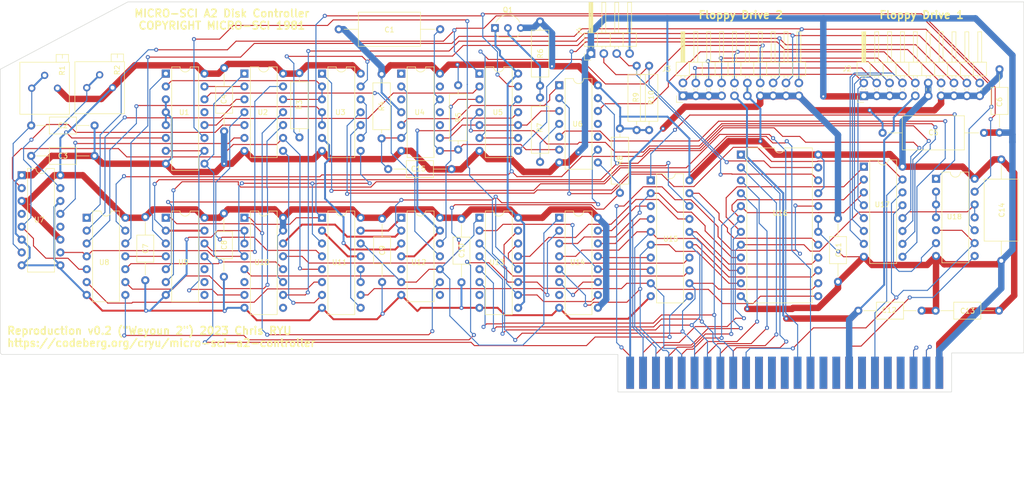
<source format=kicad_pcb>
(kicad_pcb (version 20221018) (generator pcbnew)

  (general
    (thickness 1.6)
  )

  (paper "A4")
  (layers
    (0 "F.Cu" signal)
    (31 "B.Cu" signal)
    (32 "B.Adhes" user "B.Adhesive")
    (33 "F.Adhes" user "F.Adhesive")
    (34 "B.Paste" user)
    (35 "F.Paste" user)
    (36 "B.SilkS" user "B.Silkscreen")
    (37 "F.SilkS" user "F.Silkscreen")
    (38 "B.Mask" user)
    (39 "F.Mask" user)
    (40 "Dwgs.User" user "User.Drawings")
    (41 "Cmts.User" user "User.Comments")
    (42 "Eco1.User" user "User.Eco1")
    (43 "Eco2.User" user "User.Eco2")
    (44 "Edge.Cuts" user)
    (45 "Margin" user)
    (46 "B.CrtYd" user "B.Courtyard")
    (47 "F.CrtYd" user "F.Courtyard")
    (48 "B.Fab" user)
    (49 "F.Fab" user)
    (50 "User.1" user)
    (51 "User.2" user)
    (52 "User.3" user)
    (53 "User.4" user)
    (54 "User.5" user)
    (55 "User.6" user)
    (56 "User.7" user)
    (57 "User.8" user)
    (58 "User.9" user)
  )

  (setup
    (stackup
      (layer "F.SilkS" (type "Top Silk Screen"))
      (layer "F.Paste" (type "Top Solder Paste"))
      (layer "F.Mask" (type "Top Solder Mask") (thickness 0.01))
      (layer "F.Cu" (type "copper") (thickness 0.035))
      (layer "dielectric 1" (type "core") (thickness 1.51) (material "FR4") (epsilon_r 4.5) (loss_tangent 0.02))
      (layer "B.Cu" (type "copper") (thickness 0.035))
      (layer "B.Mask" (type "Bottom Solder Mask") (thickness 0.01))
      (layer "B.Paste" (type "Bottom Solder Paste"))
      (layer "B.SilkS" (type "Bottom Silk Screen"))
      (copper_finish "None")
      (dielectric_constraints no)
    )
    (pad_to_mask_clearance 0)
    (pcbplotparams
      (layerselection 0x00010fc_ffffffff)
      (plot_on_all_layers_selection 0x0000000_00000000)
      (disableapertmacros false)
      (usegerberextensions false)
      (usegerberattributes true)
      (usegerberadvancedattributes true)
      (creategerberjobfile true)
      (dashed_line_dash_ratio 12.000000)
      (dashed_line_gap_ratio 3.000000)
      (svgprecision 4)
      (plotframeref false)
      (viasonmask false)
      (mode 1)
      (useauxorigin false)
      (hpglpennumber 1)
      (hpglpenspeed 20)
      (hpglpendiameter 15.000000)
      (dxfpolygonmode true)
      (dxfimperialunits true)
      (dxfusepcbnewfont true)
      (psnegative false)
      (psa4output false)
      (plotreference true)
      (plotvalue true)
      (plotinvisibletext false)
      (sketchpadsonfab false)
      (subtractmaskfromsilk false)
      (outputformat 1)
      (mirror false)
      (drillshape 1)
      (scaleselection 1)
      (outputdirectory "")
    )
  )

  (net 0 "")
  (net 1 "+5V")
  (net 2 "Net-(U4B-THR)")
  (net 3 "Net-(U7B-RCext)")
  (net 4 "GND")
  (net 5 "Net-(U7A-RCext)")
  (net 6 "Net-(J1-~{DMAIN})")
  (net 7 "Net-(J1-~{INTIN})")
  (net 8 "unconnected-(J1-~{DMA}-Pad22)")
  (net 9 "unconnected-(J1-~{RDY}-Pad21)")
  (net 10 "unconnected-(J1-~{IOSTRB}-Pad20)")
  (net 11 "unconnected-(J1-SYNC-Pad19)")
  (net 12 "R{slash}~{W}")
  (net 13 "unconnected-(J1-A15-Pad17)")
  (net 14 "unconnected-(J1-A14-Pad16)")
  (net 15 "unconnected-(J1-A13-Pad15)")
  (net 16 "unconnected-(J1-A12-Pad14)")
  (net 17 "unconnected-(J1-A11-Pad13)")
  (net 18 "unconnected-(J1-A10-Pad12)")
  (net 19 "unconnected-(J1-A9-Pad11)")
  (net 20 "unconnected-(J1-A8-Pad10)")
  (net 21 "A7")
  (net 22 "A6")
  (net 23 "A5")
  (net 24 "A4")
  (net 25 "A3")
  (net 26 "A2")
  (net 27 "A1")
  (net 28 "A0")
  (net 29 "~{IOSEL}")
  (net 30 "unconnected-(J1-~{NMI}-Pad29)")
  (net 31 "unconnected-(J1-~{IRQ}-Pad30)")
  (net 32 "~{RESET}")
  (net 33 "unconnected-(J1-~{INH}-Pad32)")
  (net 34 "-12V")
  (net 35 "-5V")
  (net 36 "unconnected-(J1-COLORREF{slash}M2B0-Pad35)")
  (net 37 "7M")
  (net 38 "Q3")
  (net 39 "unconnected-(J1-PHI1-Pad38)")
  (net 40 "unconnected-(J1-USER1{slash}SYNC{slash}M2SEL-Pad39)")
  (net 41 "unconnected-(J1-PHI0-Pad40)")
  (net 42 "~{DEVSEL}")
  (net 43 "D7")
  (net 44 "D6")
  (net 45 "D5")
  (net 46 "D4")
  (net 47 "D3")
  (net 48 "D2")
  (net 49 "D1")
  (net 50 "D0")
  (net 51 "+12V")
  (net 52 "PH0")
  (net 53 "PH1")
  (net 54 "PH2")
  (net 55 "PH3")
  (net 56 "~{WREQ}")
  (net 57 "~{EN.A}")
  (net 58 "RD")
  (net 59 "WR")
  (net 60 "PWM")
  (net 61 "~{EN.B}")
  (net 62 "Net-(J4-Pin_2)")
  (net 63 "Net-(J4-Pin_3)")
  (net 64 "Net-(U4A-THR)")
  (net 65 "Net-(R7-Pad1)")
  (net 66 "U10_13")
  (net 67 "Net-(U1-~{MR})")
  (net 68 "Net-(U1-CP)")
  (net 69 "Net-(U1-CEP)")
  (net 70 "Net-(U1-~{PE})")
  (net 71 "Net-(U1-Q3)")
  (net 72 "Net-(U1-Q2)")
  (net 73 "unconnected-(U1-Q1-Pad13)")
  (net 74 "U12_11")
  (net 75 "Net-(U1-TC)")
  (net 76 "Net-(U2-Pad3)")
  (net 77 "Net-(U11-D1)")
  (net 78 "U7_5")
  (net 79 "U7_13")
  (net 80 "U11_7")
  (net 81 "U7_2")
  (net 82 "Net-(U2-Pad10)")
  (net 83 "Net-(U12B-Q)")
  (net 84 "Net-(U2-Pad13)")
  (net 85 "Net-(U3-Pad4)")
  (net 86 "U12_3")
  (net 87 "Net-(U10A-C)")
  (net 88 "Net-(U3-Pad12)")
  (net 89 "Net-(U11-Cp)")
  (net 90 "unconnected-(U4A-DIS-Pad1)")
  (net 91 "unconnected-(U4A-CV-Pad3)")
  (net 92 "Net-(U4A-Q)")
  (net 93 "Net-(U4B-Q)")
  (net 94 "unconnected-(U4B-R-Pad10)")
  (net 95 "unconnected-(U4B-CV-Pad11)")
  (net 96 "unconnected-(U4B-DIS-Pad13)")
  (net 97 "U12_12")
  (net 98 "DRVSEL")
  (net 99 "U12_13")
  (net 100 "RW1")
  (net 101 "U11_1")
  (net 102 "ENABLE")
  (net 103 "U10_14")
  (net 104 "unconnected-(U6-Pad10)")
  (net 105 "unconnected-(U6-Pad11)")
  (net 106 "WRITE")
  (net 107 "unconnected-(U7A-~{Q}-Pad4)")
  (net 108 "unconnected-(U7B-~{Q}-Pad12)")
  (net 109 "Net-(U13-S1)")
  (net 110 "Net-(U11-D2)")
  (net 111 "U13_11")
  (net 112 "Net-(U8-Pad11)")
  (net 113 "LATCH_D7")
  (net 114 "unconnected-(U9-Pad8)")
  (net 115 "unconnected-(U9-Pad9)")
  (net 116 "unconnected-(U9-Pad10)")
  (net 117 "U15_11")
  (net 118 "U12_6")
  (net 119 "unconnected-(U10A-Q-Pad6)")
  (net 120 "unconnected-(U10B-~{Q}-Pad9)")
  (net 121 "Net-(U11-D4)")
  (net 122 "U11_10")
  (net 123 "Net-(U11-D3)")
  (net 124 "Net-(U11-Q5)")
  (net 125 "unconnected-(U12A-Q-Pad5)")
  (net 126 "unconnected-(U12B-~{Q}-Pad8)")
  (net 127 "LATCH_D3")
  (net 128 "unconnected-(U13-Dsl-Pad7)")
  (net 129 "LATCH_D6")
  (net 130 "LATCH_D5")
  (net 131 "LATCH_D4")
  (net 132 "unconnected-(U14-Dsl-Pad7)")
  (net 133 "LATCH_D2")
  (net 134 "LATCH_D1")
  (net 135 "LATCH_D0")
  (net 136 "Net-(U15-OE)")
  (net 137 "Net-(U18-Pad2)")
  (net 138 "+5C")
  (net 139 "Net-(Q1-B)")

  (footprint "Package_DIP:DIP-16_W7.62mm" (layer "F.Cu") (at 93.65 103.61))

  (footprint "Capacitor_THT:C_Axial_L12.0mm_D6.5mm_P20.00mm_Horizontal" (layer "F.Cu") (at 219.5 86.85))

  (footprint "Capacitor_THT:C_Axial_L5.1mm_D3.1mm_P12.50mm_Horizontal" (layer "F.Cu") (at 51.6 91.4))

  (footprint "Capacitor_THT:C_Axial_L5.1mm_D3.1mm_P12.50mm_Horizontal" (layer "F.Cu") (at 210.7 103.75 -90))

  (footprint "Resistor_THT:R_Axial_DIN0309_L9.0mm_D3.2mm_P12.70mm_Horizontal" (layer "F.Cu") (at 151.95 92.6 90))

  (footprint "Package_DIP:DIP-16_W7.62mm" (layer "F.Cu") (at 108.95 103.61))

  (footprint "Capacitor_THT:C_Axial_L5.1mm_D3.1mm_P12.50mm_Horizontal" (layer "F.Cu") (at 120.8 103.8 -90))

  (footprint "Capacitor_THT:C_Axial_L5.1mm_D3.1mm_P12.50mm_Horizontal" (layer "F.Cu") (at 214.7 121.95))

  (footprint "Resistor_THT:R_Axial_DIN0309_L9.0mm_D3.2mm_P12.70mm_Horizontal" (layer "F.Cu") (at 173.45 86.3 90))

  (footprint "Capacitor_THT:C_Axial_L12.0mm_D6.5mm_P20.00mm_Horizontal" (layer "F.Cu") (at 112.25 66.4))

  (footprint "Capacitor_THT:C_Axial_L5.1mm_D3.1mm_P12.50mm_Horizontal" (layer "F.Cu") (at 89.6 102.75 -90))

  (footprint "Package_TO_SOT_THT:TO-92_Inline_Wide" (layer "F.Cu") (at 143.06 66.15))

  (footprint "Package_DIP:DIP-14_W7.62mm" (layer "F.Cu") (at 108.95 75.16))

  (footprint "Potentiometer_THT:Potentiometer_Bourns_3299P_Horizontal" (layer "F.Cu") (at 67.64 77.94 -90))

  (footprint "Capacitor_THT:C_Axial_L5.1mm_D3.1mm_P12.50mm_Horizontal" (layer "F.Cu") (at 74.1 103.45 -90))

  (footprint "Resistor_THT:R_Axial_DIN0309_L9.0mm_D3.2mm_P12.70mm_Horizontal" (layer "F.Cu") (at 151.95 64.85 -90))

  (footprint "Resistor_THT:R_Axial_DIN0309_L9.0mm_D3.2mm_P12.70mm_Horizontal" (layer "F.Cu") (at 135.8 77.45 -90))

  (footprint "Capacitor_THT:C_Axial_L5.1mm_D3.1mm_P12.50mm_Horizontal" (layer "F.Cu") (at 136.45 103.85 -90))

  (footprint "Package_DIP:DIP-14_W7.62mm" (layer "F.Cu") (at 124.58 75.16))

  (footprint "Resistor_THT:R_Axial_DIN0309_L9.0mm_D3.2mm_P12.70mm_Horizontal" (layer "F.Cu") (at 120.7 87.95 90))

  (footprint "Package_DIP:DIP-20_W7.62mm" (layer "F.Cu") (at 173.78 96.23))

  (footprint "apple2:Male_Card-Edge_50_pin__100_mil" (layer "F.Cu") (at 200.2 134.2))

  (footprint "Capacitor_THT:C_Axial_L5.1mm_D3.1mm_P12.50mm_Horizontal" (layer "F.Cu") (at 89.65 74.05 -90))

  (footprint "Resistor_THT:R_Axial_DIN0309_L9.0mm_D3.2mm_P12.70mm_Horizontal" (layer "F.Cu") (at 167.7 86 -90))

  (footprint "Package_DIP:DIP-16_W7.62mm" (layer "F.Cu") (at 155.73 103.61))

  (footprint "Capacitor_THT:C_Axial_L5.1mm_D3.1mm_P12.50mm_Horizontal" (layer "F.Cu") (at 122 94))

  (footprint "Capacitor_THT:C_Axial_L5.1mm_D3.1mm_P12.50mm_Horizontal" (layer "F.Cu") (at 51.6 85.4))

  (footprint "Package_DIP:DIP-16_W7.62mm" (layer "F.Cu") (at 140 103.61))

  (footprint "Package_DIP:DIP-16_W7.62mm" (layer "F.Cu") (at 49.73 95.22))

  (footprint "Capacitor_THT:C_Axial_L12.0mm_D6.5mm_P20.00mm_Horizontal" (layer "F.Cu") (at 242.9 92.1 -90))

  (footprint "Package_DIP:DIP-24_W15.24mm" (layer "F.Cu") (at 191.56 91.15))

  (footprint "Potentiometer_THT:Potentiometer_Bourns_3299P_Horizontal" (layer "F.Cu") (at 56.79 78.04 -90))

  (footprint "Package_DIP:DIP-14_W7.62mm" (layer "F.Cu") (at 230.03 95.92))

  (footprint "Resistor_THT:R_Axial_DIN0309_L9.0mm_D3.2mm_P12.70mm_Horizontal" (layer "F.Cu") (at 104.5 75.05 -90))

  (footprint "Package_DIP:DIP-14_W7.62mm" (layer "F.Cu") (at 78.15 103.61))

  (footprint "Capacitor_THT:C_Axial_L5.1mm_D3.1mm_P12.50mm_Horizontal" (layer "F.Cu") (at 242.55 74.3 -90))

  (footprint "Package_DIP:DIP-14_W7.62mm" (layer "F.Cu")
    (tstamp c5666bfe-9423-4d3b-972d-447a344b615a)
    (at 124.58 103.61)
    (descr "14-lead though-hole mounted DIP package, row spacing 7.62 mm (300 mils)")
    (tags "THT DIP DIL PDIP 2.54mm 7.62mm 300mil")
    (property "Sheetfile" "MicroSci Floppy Controller.kicad_sch")
    (property "Sheetname" "")
    (property "ki_description" "Dual D Flip-flop, Set & Reset")
    (property "ki_keywords" "TTL DFF")
    (path "/54912835-6d1a-4be1-b806-caa1dca6f03f")
    (attr through_hole)
    (fp_text reference "U12" (at 3.45 8.79) (layer "F.SilkS")
        (effects (font (size 1 1) (thickness 0.15)))
      (tstamp 938139ee-1dc3-405a-b5e9-6aab0a88b8a7)
    )
    (fp
... [329277 chars truncated]
</source>
